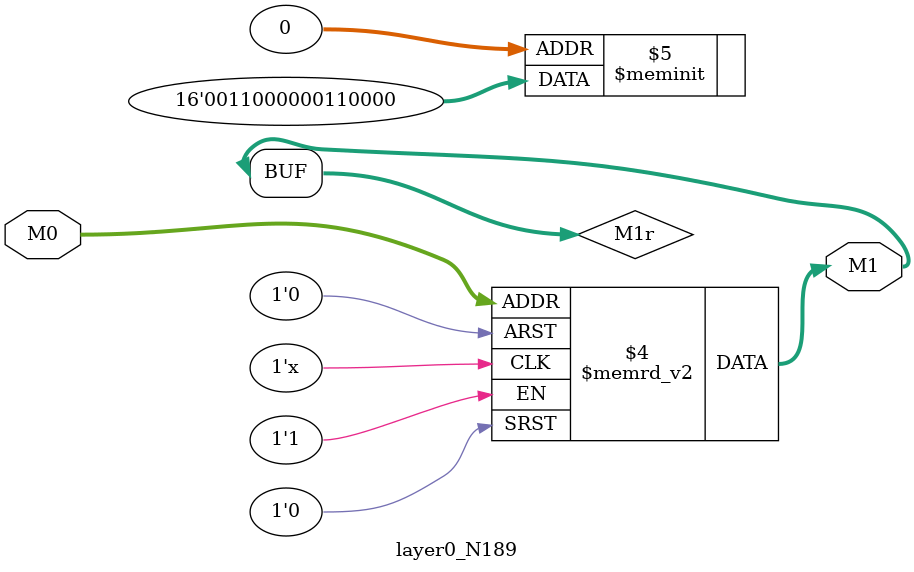
<source format=v>
module layer0_N189 ( input [2:0] M0, output [1:0] M1 );

	(*rom_style = "distributed" *) reg [1:0] M1r;
	assign M1 = M1r;
	always @ (M0) begin
		case (M0)
			3'b000: M1r = 2'b00;
			3'b100: M1r = 2'b00;
			3'b010: M1r = 2'b11;
			3'b110: M1r = 2'b11;
			3'b001: M1r = 2'b00;
			3'b101: M1r = 2'b00;
			3'b011: M1r = 2'b00;
			3'b111: M1r = 2'b00;

		endcase
	end
endmodule

</source>
